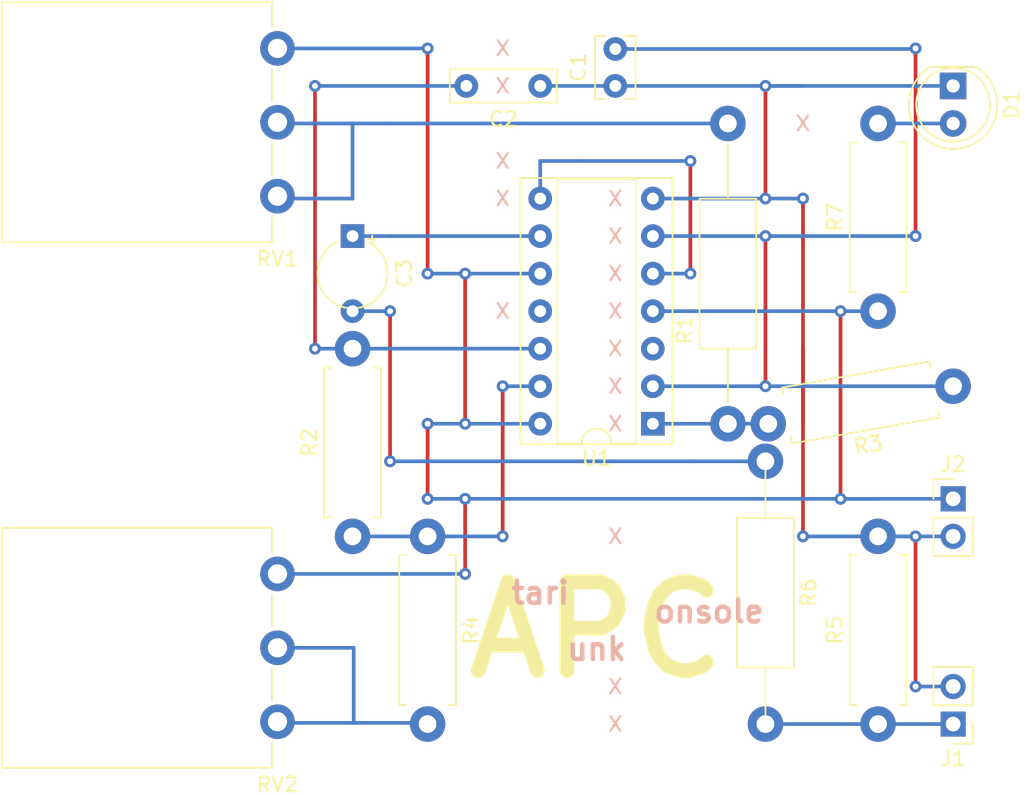
<source format=kicad_pcb>
(kicad_pcb (version 20171130) (host pcbnew 5.1.9+dfsg1-1)

  (general
    (thickness 1.6)
    (drawings 24)
    (tracks 118)
    (zones 0)
    (modules 16)
    (nets 16)
  )

  (page A4)
  (title_block
    (title "APC Board")
    (date 2022-07-03)
    (rev v1)
  )

  (layers
    (0 F.Cu signal)
    (31 B.Cu signal)
    (32 B.Adhes user hide)
    (33 F.Adhes user)
    (34 B.Paste user hide)
    (35 F.Paste user hide)
    (36 B.SilkS user)
    (37 F.SilkS user)
    (38 B.Mask user hide)
    (39 F.Mask user hide)
    (40 Dwgs.User user hide)
    (41 Cmts.User user hide)
    (42 Eco1.User user hide)
    (43 Eco2.User user hide)
    (44 Edge.Cuts user hide)
    (45 Margin user)
    (46 B.CrtYd user hide)
    (47 F.CrtYd user)
    (48 B.Fab user)
    (49 F.Fab user)
  )

  (setup
    (last_trace_width 0.25)
    (trace_clearance 0.2)
    (zone_clearance 0.508)
    (zone_45_only no)
    (trace_min 0.2)
    (via_size 0.8)
    (via_drill 0.4)
    (via_min_size 0.4)
    (via_min_drill 0.3)
    (uvia_size 0.3)
    (uvia_drill 0.1)
    (uvias_allowed no)
    (uvia_min_size 0.2)
    (uvia_min_drill 0.1)
    (edge_width 0.05)
    (segment_width 0.2)
    (pcb_text_width 0.3)
    (pcb_text_size 1.5 1.5)
    (mod_edge_width 0.12)
    (mod_text_size 1 1)
    (mod_text_width 0.15)
    (pad_size 1.524 1.524)
    (pad_drill 0.762)
    (pad_to_mask_clearance 0)
    (aux_axis_origin 0 0)
    (visible_elements FFFFFF7F)
    (pcbplotparams
      (layerselection 0x010fc_ffffffff)
      (usegerberextensions false)
      (usegerberattributes true)
      (usegerberadvancedattributes true)
      (creategerberjobfile true)
      (excludeedgelayer true)
      (linewidth 0.100000)
      (plotframeref false)
      (viasonmask false)
      (mode 1)
      (useauxorigin false)
      (hpglpennumber 1)
      (hpglpenspeed 20)
      (hpglpendiameter 15.000000)
      (psnegative false)
      (psa4output false)
      (plotreference true)
      (plotvalue true)
      (plotinvisibletext false)
      (padsonsilk false)
      (subtractmaskfromsilk false)
      (outputformat 1)
      (mirror false)
      (drillshape 1)
      (scaleselection 1)
      (outputdirectory ""))
  )

  (net 0 "")
  (net 1 "Net-(C1-Pad2)")
  (net 2 GND)
  (net 3 "Net-(C2-Pad2)")
  (net 4 "Net-(C3-Pad2)")
  (net 5 "Net-(C3-Pad1)")
  (net 6 "Net-(R1-Pad2)")
  (net 7 "Net-(R1-Pad1)")
  (net 8 "Net-(R2-Pad1)")
  (net 9 "Net-(R4-Pad2)")
  (net 10 +5V)
  (net 11 "Net-(U1-Pad11)")
  (net 12 "Net-(U1-Pad3)")
  (net 13 "Net-(J1-Pad1)")
  (net 14 "Net-(D1-Pad2)")
  (net 15 "Net-(U1-Pad5)")

  (net_class Default "This is the default net class."
    (clearance 0.2)
    (trace_width 0.25)
    (via_dia 0.8)
    (via_drill 0.4)
    (uvia_dia 0.3)
    (uvia_drill 0.1)
    (add_net +5V)
    (add_net GND)
    (add_net "Net-(C1-Pad2)")
    (add_net "Net-(C2-Pad2)")
    (add_net "Net-(C3-Pad1)")
    (add_net "Net-(C3-Pad2)")
    (add_net "Net-(D1-Pad2)")
    (add_net "Net-(J1-Pad1)")
    (add_net "Net-(R1-Pad1)")
    (add_net "Net-(R1-Pad2)")
    (add_net "Net-(R2-Pad1)")
    (add_net "Net-(R4-Pad2)")
    (add_net "Net-(U1-Pad11)")
    (add_net "Net-(U1-Pad3)")
    (add_net "Net-(U1-Pad5)")
  )

  (module Resistor_THT:R_Axial_DIN0411_L9.9mm_D3.6mm_P20.32mm_Horizontal (layer F.Cu) (tedit 5AE5139B) (tstamp 62C1940C)
    (at 147.32 102.87 270)
    (descr "Resistor, Axial_DIN0411 series, Axial, Horizontal, pin pitch=20.32mm, 1W, length*diameter=9.9*3.6mm^2")
    (tags "Resistor Axial_DIN0411 series Axial Horizontal pin pitch 20.32mm 1W length 9.9mm diameter 3.6mm")
    (path /62CAEED3)
    (fp_text reference R6 (at 10.16 -2.92 90) (layer F.SilkS)
      (effects (font (size 1 1) (thickness 0.15)))
    )
    (fp_text value 10k (at 6.35 2.92 90) (layer F.Fab)
      (effects (font (size 1 1) (thickness 0.15)))
    )
    (fp_text user %R (at 6.35 0 90) (layer F.Fab)
      (effects (font (size 1 1) (thickness 0.15)))
    )
    (fp_line (start 5.21 -1.8) (end 5.21 1.8) (layer F.Fab) (width 0.1))
    (fp_line (start 5.21 1.8) (end 15.11 1.8) (layer F.Fab) (width 0.1))
    (fp_line (start 15.11 1.8) (end 15.11 -1.8) (layer F.Fab) (width 0.1))
    (fp_line (start 15.11 -1.8) (end 5.21 -1.8) (layer F.Fab) (width 0.1))
    (fp_line (start 0 0) (end 5.21 0) (layer F.Fab) (width 0.1))
    (fp_line (start 20.32 0) (end 15.11 0) (layer F.Fab) (width 0.1))
    (fp_line (start 5.09 -1.92) (end 5.09 1.92) (layer F.SilkS) (width 0.12))
    (fp_line (start 5.09 1.92) (end 15.23 1.92) (layer F.SilkS) (width 0.12))
    (fp_line (start 15.23 1.92) (end 15.23 -1.92) (layer F.SilkS) (width 0.12))
    (fp_line (start 15.23 -1.92) (end 5.09 -1.92) (layer F.SilkS) (width 0.12))
    (fp_line (start 1.44 0) (end 5.09 0) (layer F.SilkS) (width 0.12))
    (fp_line (start 18.88 0) (end 15.23 0) (layer F.SilkS) (width 0.12))
    (fp_line (start -1.45 -2.05) (end -1.45 2.05) (layer F.CrtYd) (width 0.05))
    (fp_line (start -1.45 2.05) (end 21.77 2.05) (layer F.CrtYd) (width 0.05))
    (fp_line (start 21.77 2.05) (end 21.77 -2.05) (layer F.CrtYd) (width 0.05))
    (fp_line (start 21.77 -2.05) (end -1.45 -2.05) (layer F.CrtYd) (width 0.05))
    (pad 2 thru_hole oval (at 19.05 0 270) (size 2.4 2.4) (drill 1.2) (layers *.Cu *.Mask)
      (net 13 "Net-(J1-Pad1)"))
    (pad 1 thru_hole circle (at 1.27 0 270) (size 2.4 2.4) (drill 1.2) (layers *.Cu *.Mask)
      (net 4 "Net-(C3-Pad2)"))
    (model ${KISYS3DMOD}/Resistor_THT.3dshapes/R_Axial_DIN0411_L9.9mm_D3.6mm_P20.32mm_Horizontal.wrl
      (at (xyz 0 0 0))
      (scale (xyz 1 1 1))
      (rotate (xyz 0 0 0))
    )
  )

  (module Resistor_THT:R_Axial_DIN0411_L9.9mm_D3.6mm_P12.70mm_Horizontal (layer F.Cu) (tedit 5AE5139B) (tstamp 62C194B1)
    (at 119.38 109.22 90)
    (descr "Resistor, Axial_DIN0411 series, Axial, Horizontal, pin pitch=12.7mm, 1W, length*diameter=9.9*3.6mm^2")
    (tags "Resistor Axial_DIN0411 series Axial Horizontal pin pitch 12.7mm 1W length 9.9mm diameter 3.6mm")
    (path /62C2BCC9)
    (fp_text reference R2 (at 6.35 -2.92 90) (layer F.SilkS)
      (effects (font (size 1 1) (thickness 0.15)))
    )
    (fp_text value 220 (at 3.048 3.048 90) (layer F.Fab)
      (effects (font (size 1 1) (thickness 0.15)))
    )
    (fp_text user %R (at 6.35 0 90) (layer F.Fab)
      (effects (font (size 1 1) (thickness 0.15)))
    )
    (fp_line (start 1.4 -1.8) (end 1.4 1.8) (layer F.Fab) (width 0.1))
    (fp_line (start 1.4 1.8) (end 11.3 1.8) (layer F.Fab) (width 0.1))
    (fp_line (start 11.3 1.8) (end 11.3 -1.8) (layer F.Fab) (width 0.1))
    (fp_line (start 11.3 -1.8) (end 1.4 -1.8) (layer F.Fab) (width 0.1))
    (fp_line (start 0 0) (end 1.4 0) (layer F.Fab) (width 0.1))
    (fp_line (start 12.7 0) (end 11.3 0) (layer F.Fab) (width 0.1))
    (fp_line (start 1.28 -1.44) (end 1.28 -1.92) (layer F.SilkS) (width 0.12))
    (fp_line (start 1.28 -1.92) (end 11.42 -1.92) (layer F.SilkS) (width 0.12))
    (fp_line (start 11.42 -1.92) (end 11.42 -1.44) (layer F.SilkS) (width 0.12))
    (fp_line (start 1.28 1.44) (end 1.28 1.92) (layer F.SilkS) (width 0.12))
    (fp_line (start 1.28 1.92) (end 11.42 1.92) (layer F.SilkS) (width 0.12))
    (fp_line (start 11.42 1.92) (end 11.42 1.44) (layer F.SilkS) (width 0.12))
    (fp_line (start -1.45 -2.05) (end -1.45 2.05) (layer F.CrtYd) (width 0.05))
    (fp_line (start -1.45 2.05) (end 14.15 2.05) (layer F.CrtYd) (width 0.05))
    (fp_line (start 14.15 2.05) (end 14.15 -2.05) (layer F.CrtYd) (width 0.05))
    (fp_line (start 14.15 -2.05) (end -1.45 -2.05) (layer F.CrtYd) (width 0.05))
    (pad 2 thru_hole oval (at 12.7 0 90) (size 2.4 2.4) (drill 1.2) (layers *.Cu *.Mask)
      (net 3 "Net-(C2-Pad2)"))
    (pad 1 thru_hole circle (at 0 0 90) (size 2.4 2.4) (drill 1.2) (layers *.Cu *.Mask)
      (net 8 "Net-(R2-Pad1)"))
    (model ${KISYS3DMOD}/Resistor_THT.3dshapes/R_Axial_DIN0411_L9.9mm_D3.6mm_P12.70mm_Horizontal.wrl
      (at (xyz 0 0 0))
      (scale (xyz 1 1 1))
      (rotate (xyz 0 0 0))
    )
  )

  (module Connector_PinHeader_2.54mm:PinHeader_1x02_P2.54mm_Vertical (layer F.Cu) (tedit 59FED5CC) (tstamp 62E98164)
    (at 160.02 106.68)
    (descr "Through hole straight pin header, 1x02, 2.54mm pitch, single row")
    (tags "Through hole pin header THT 1x02 2.54mm single row")
    (path /62EADCC3)
    (fp_text reference J2 (at 0 -2.33) (layer F.SilkS)
      (effects (font (size 1 1) (thickness 0.15)))
    )
    (fp_text value Power (at 0.254 -3.81) (layer F.Fab)
      (effects (font (size 1 1) (thickness 0.15)))
    )
    (fp_text user %R (at 0 2.54 90) (layer F.Fab)
      (effects (font (size 1 1) (thickness 0.15)))
    )
    (fp_line (start -0.635 -1.27) (end 1.27 -1.27) (layer F.Fab) (width 0.1))
    (fp_line (start 1.27 -1.27) (end 1.27 3.81) (layer F.Fab) (width 0.1))
    (fp_line (start 1.27 3.81) (end -1.27 3.81) (layer F.Fab) (width 0.1))
    (fp_line (start -1.27 3.81) (end -1.27 -0.635) (layer F.Fab) (width 0.1))
    (fp_line (start -1.27 -0.635) (end -0.635 -1.27) (layer F.Fab) (width 0.1))
    (fp_line (start -1.33 3.87) (end 1.33 3.87) (layer F.SilkS) (width 0.12))
    (fp_line (start -1.33 1.27) (end -1.33 3.87) (layer F.SilkS) (width 0.12))
    (fp_line (start 1.33 1.27) (end 1.33 3.87) (layer F.SilkS) (width 0.12))
    (fp_line (start -1.33 1.27) (end 1.33 1.27) (layer F.SilkS) (width 0.12))
    (fp_line (start -1.33 0) (end -1.33 -1.33) (layer F.SilkS) (width 0.12))
    (fp_line (start -1.33 -1.33) (end 0 -1.33) (layer F.SilkS) (width 0.12))
    (fp_line (start -1.8 -1.8) (end -1.8 4.35) (layer F.CrtYd) (width 0.05))
    (fp_line (start -1.8 4.35) (end 1.8 4.35) (layer F.CrtYd) (width 0.05))
    (fp_line (start 1.8 4.35) (end 1.8 -1.8) (layer F.CrtYd) (width 0.05))
    (fp_line (start 1.8 -1.8) (end -1.8 -1.8) (layer F.CrtYd) (width 0.05))
    (pad 2 thru_hole oval (at 0 2.54) (size 1.7 1.7) (drill 1) (layers *.Cu *.Mask)
      (net 2 GND))
    (pad 1 thru_hole rect (at 0 0) (size 1.7 1.7) (drill 1) (layers *.Cu *.Mask)
      (net 10 +5V))
    (model ${KISYS3DMOD}/Connector_PinHeader_2.54mm.3dshapes/PinHeader_1x02_P2.54mm_Vertical.wrl
      (at (xyz 0 0 0))
      (scale (xyz 1 1 1))
      (rotate (xyz 0 0 0))
    )
  )

  (module Resistor_THT:R_Axial_DIN0411_L9.9mm_D3.6mm_P20.32mm_Horizontal (layer F.Cu) (tedit 5AE5139B) (tstamp 62C0E5E2)
    (at 144.78 101.6 90)
    (descr "Resistor, Axial_DIN0411 series, Axial, Horizontal, pin pitch=20.32mm, 1W, length*diameter=9.9*3.6mm^2")
    (tags "Resistor Axial_DIN0411 series Axial Horizontal pin pitch 20.32mm 1W length 9.9mm diameter 3.6mm")
    (path /62818637)
    (fp_text reference R1 (at 6.35 -2.92 90) (layer F.SilkS)
      (effects (font (size 1 1) (thickness 0.15)))
    )
    (fp_text value 220 (at 10.414 0 90) (layer F.Fab)
      (effects (font (size 1 1) (thickness 0.15)))
    )
    (fp_text user %R (at 6.35 0 90) (layer F.Fab)
      (effects (font (size 1 1) (thickness 0.15)))
    )
    (fp_line (start 5.21 -1.8) (end 5.21 1.8) (layer F.Fab) (width 0.1))
    (fp_line (start 5.21 1.8) (end 15.11 1.8) (layer F.Fab) (width 0.1))
    (fp_line (start 15.11 1.8) (end 15.11 -1.8) (layer F.Fab) (width 0.1))
    (fp_line (start 15.11 -1.8) (end 5.21 -1.8) (layer F.Fab) (width 0.1))
    (fp_line (start 0 0) (end 5.21 0) (layer F.Fab) (width 0.1))
    (fp_line (start 20.32 0) (end 15.11 0) (layer F.Fab) (width 0.1))
    (fp_line (start 5.09 -1.92) (end 5.09 1.92) (layer F.SilkS) (width 0.12))
    (fp_line (start 5.09 1.92) (end 15.23 1.92) (layer F.SilkS) (width 0.12))
    (fp_line (start 15.23 1.92) (end 15.23 -1.92) (layer F.SilkS) (width 0.12))
    (fp_line (start 15.23 -1.92) (end 5.09 -1.92) (layer F.SilkS) (width 0.12))
    (fp_line (start 1.44 0) (end 5.09 0) (layer F.SilkS) (width 0.12))
    (fp_line (start 18.88 0) (end 15.23 0) (layer F.SilkS) (width 0.12))
    (fp_line (start -1.45 -2.05) (end -1.45 2.05) (layer F.CrtYd) (width 0.05))
    (fp_line (start -1.45 2.05) (end 21.77 2.05) (layer F.CrtYd) (width 0.05))
    (fp_line (start 21.77 2.05) (end 21.77 -2.05) (layer F.CrtYd) (width 0.05))
    (fp_line (start 21.77 -2.05) (end -1.45 -2.05) (layer F.CrtYd) (width 0.05))
    (pad 2 thru_hole oval (at 20.32 0 90) (size 2.4 2.4) (drill 1.2) (layers *.Cu *.Mask)
      (net 6 "Net-(R1-Pad2)"))
    (pad 1 thru_hole circle (at 0 0 90) (size 2.4 2.4) (drill 1.2) (layers *.Cu *.Mask)
      (net 7 "Net-(R1-Pad1)"))
    (model ${KISYS3DMOD}/Resistor_THT.3dshapes/R_Axial_DIN0411_L9.9mm_D3.6mm_P20.32mm_Horizontal.wrl
      (at (xyz 0 0 0))
      (scale (xyz 1 1 1))
      (rotate (xyz 0 0 0))
    )
  )

  (module Potentiometer_THT:Potentiometer_Piher_PC-16_Single_Vertical (layer F.Cu) (tedit 5A3D4993) (tstamp 62C0A7BF)
    (at 114.3 111.76 180)
    (descr "Potentiometer, vertical, Piher PC-16 Single, http://www.piher-nacesa.com/pdf/20-PC16v03.pdf")
    (tags "Potentiometer vertical Piher PC-16 Single")
    (path /62C82018)
    (fp_text reference RV2 (at 0 -14.25) (layer F.SilkS)
      (effects (font (size 1 1) (thickness 0.15)))
    )
    (fp_text value 470k (at -3.683 -11.557) (layer F.Fab)
      (effects (font (size 1 1) (thickness 0.15)))
    )
    (fp_text user %R (at -3.175 -9.017) (layer F.Fab)
      (effects (font (size 1 1) (thickness 0.15)))
    )
    (fp_circle (center 10.5 -5) (end 13.5 -5) (layer F.Fab) (width 0.1))
    (fp_line (start 0.5 -13) (end 0.5 3) (layer F.Fab) (width 0.1))
    (fp_line (start 0.5 3) (end 18.5 3) (layer F.Fab) (width 0.1))
    (fp_line (start 18.5 3) (end 18.5 -13) (layer F.Fab) (width 0.1))
    (fp_line (start 18.5 -13) (end 0.5 -13) (layer F.Fab) (width 0.1))
    (fp_line (start 0.38 -13.12) (end 18.62 -13.12) (layer F.SilkS) (width 0.12))
    (fp_line (start 0.38 3.12) (end 18.62 3.12) (layer F.SilkS) (width 0.12))
    (fp_line (start 0.38 -13.12) (end 0.38 -11.426) (layer F.SilkS) (width 0.12))
    (fp_line (start 0.38 -8.574) (end 0.38 -6.425) (layer F.SilkS) (width 0.12))
    (fp_line (start 0.38 -3.575) (end 0.38 -1.425) (layer F.SilkS) (width 0.12))
    (fp_line (start 0.38 1.425) (end 0.38 3.12) (layer F.SilkS) (width 0.12))
    (fp_line (start 18.62 -13.12) (end 18.62 3.12) (layer F.SilkS) (width 0.12))
    (fp_line (start -1.45 -13.25) (end -1.45 3.25) (layer F.CrtYd) (width 0.05))
    (fp_line (start -1.45 3.25) (end 18.75 3.25) (layer F.CrtYd) (width 0.05))
    (fp_line (start 18.75 3.25) (end 18.75 -13.25) (layer F.CrtYd) (width 0.05))
    (fp_line (start 18.75 -13.25) (end -1.45 -13.25) (layer F.CrtYd) (width 0.05))
    (pad 1 thru_hole circle (at 0 0 180) (size 2.34 2.34) (drill 1.3) (layers *.Cu *.Mask)
      (net 10 +5V))
    (pad 2 thru_hole circle (at 0 -5 180) (size 2.34 2.34) (drill 1.3) (layers *.Cu *.Mask)
      (net 9 "Net-(R4-Pad2)"))
    (pad 3 thru_hole circle (at 0 -10 180) (size 2.34 2.34) (drill 1.3) (layers *.Cu *.Mask)
      (net 9 "Net-(R4-Pad2)"))
    (model ${KISYS3DMOD}/Potentiometer_THT.3dshapes/Potentiometer_Piher_PC-16_Single_Vertical.wrl
      (at (xyz 0 0 0))
      (scale (xyz 1 1 1))
      (rotate (xyz 0 0 0))
    )
  )

  (module Potentiometer_THT:Potentiometer_Piher_PC-16_Single_Vertical (layer F.Cu) (tedit 5A3D4993) (tstamp 62C0A79B)
    (at 114.3 76.2 180)
    (descr "Potentiometer, vertical, Piher PC-16 Single, http://www.piher-nacesa.com/pdf/20-PC16v03.pdf")
    (tags "Potentiometer vertical Piher PC-16 Single")
    (path /62C6E706)
    (fp_text reference RV1 (at 0 -14.25) (layer F.SilkS)
      (effects (font (size 1 1) (thickness 0.15)))
    )
    (fp_text value 470k (at -3.556 1.27) (layer F.Fab)
      (effects (font (size 1 1) (thickness 0.15)))
    )
    (fp_text user %R (at -3.175 -1.27) (layer F.Fab)
      (effects (font (size 1 1) (thickness 0.15)))
    )
    (fp_circle (center 10.5 -5) (end 13.5 -5) (layer F.Fab) (width 0.1))
    (fp_line (start 0.5 -13) (end 0.5 3) (layer F.Fab) (width 0.1))
    (fp_line (start 0.5 3) (end 18.5 3) (layer F.Fab) (width 0.1))
    (fp_line (start 18.5 3) (end 18.5 -13) (layer F.Fab) (width 0.1))
    (fp_line (start 18.5 -13) (end 0.5 -13) (layer F.Fab) (width 0.1))
    (fp_line (start 0.38 -13.12) (end 18.62 -13.12) (layer F.SilkS) (width 0.12))
    (fp_line (start 0.38 3.12) (end 18.62 3.12) (layer F.SilkS) (width 0.12))
    (fp_line (start 0.38 -13.12) (end 0.38 -11.426) (layer F.SilkS) (width 0.12))
    (fp_line (start 0.38 -8.574) (end 0.38 -6.425) (layer F.SilkS) (width 0.12))
    (fp_line (start 0.38 -3.575) (end 0.38 -1.425) (layer F.SilkS) (width 0.12))
    (fp_line (start 0.38 1.425) (end 0.38 3.12) (layer F.SilkS) (width 0.12))
    (fp_line (start 18.62 -13.12) (end 18.62 3.12) (layer F.SilkS) (width 0.12))
    (fp_line (start -1.45 -13.25) (end -1.45 3.25) (layer F.CrtYd) (width 0.05))
    (fp_line (start -1.45 3.25) (end 18.75 3.25) (layer F.CrtYd) (width 0.05))
    (fp_line (start 18.75 3.25) (end 18.75 -13.25) (layer F.CrtYd) (width 0.05))
    (fp_line (start 18.75 -13.25) (end -1.45 -13.25) (layer F.CrtYd) (width 0.05))
    (pad 1 thru_hole circle (at 0 0 180) (size 2.34 2.34) (drill 1.3) (layers *.Cu *.Mask)
      (net 10 +5V))
    (pad 2 thru_hole circle (at 0 -5 180) (size 2.34 2.34) (drill 1.3) (layers *.Cu *.Mask)
      (net 6 "Net-(R1-Pad2)"))
    (pad 3 thru_hole circle (at 0 -10 180) (size 2.34 2.34) (drill 1.3) (layers *.Cu *.Mask)
      (net 6 "Net-(R1-Pad2)"))
    (model ${KISYS3DMOD}/Potentiometer_THT.3dshapes/Potentiometer_Piher_PC-16_Single_Vertical.wrl
      (at (xyz 0 0 0))
      (scale (xyz 1 1 1))
      (rotate (xyz 0 0 0))
    )
  )

  (module Capacitor_THT:CP_Radial_Tantal_D4.5mm_P2.50mm (layer F.Cu) (tedit 5AE50EF0) (tstamp 62C1B9D5)
    (at 119.38 90.17 270)
    (descr "CP, Radial_Tantal series, Radial, pin pitch=2.50mm, , diameter=4.5mm, Tantal Electrolytic Capacitor, http://cdn-reichelt.de/documents/datenblatt/B300/TANTAL-TB-Serie%23.pdf")
    (tags "CP Radial_Tantal series Radial pin pitch 2.50mm  diameter 4.5mm Tantal Electrolytic Capacitor")
    (path /62CACF8B)
    (fp_text reference C3 (at 1.25 -3.5 90) (layer F.SilkS)
      (effects (font (size 1 1) (thickness 0.15)))
    )
    (fp_text value 10µF (at -2.159 -3.048) (layer F.Fab)
      (effects (font (size 1 1) (thickness 0.15)))
    )
    (fp_circle (center 1.25 0) (end 3.5 0) (layer F.Fab) (width 0.1))
    (fp_circle (center 1.25 0) (end 3.78 0) (layer F.CrtYd) (width 0.05))
    (fp_line (start -0.66808 -0.9775) (end -0.21808 -0.9775) (layer F.Fab) (width 0.1))
    (fp_line (start -0.44308 -1.2025) (end -0.44308 -0.7525) (layer F.Fab) (width 0.1))
    (fp_line (start -1.287288 -1.335) (end -0.837288 -1.335) (layer F.SilkS) (width 0.12))
    (fp_line (start -1.062288 -1.56) (end -1.062288 -1.11) (layer F.SilkS) (width 0.12))
    (fp_text user %R (at 1.25 0 90) (layer F.Fab)
      (effects (font (size 0.9 0.9) (thickness 0.135)))
    )
    (fp_arc (start 1.25 0) (end -0.869741 -1.06) (angle 306.864288) (layer F.SilkS) (width 0.12))
    (pad 2 thru_hole circle (at 3.81 0 270) (size 1.6 1.6) (drill 0.8) (layers *.Cu *.Mask)
      (net 4 "Net-(C3-Pad2)"))
    (pad 1 thru_hole rect (at -1.27 0 270) (size 1.6 1.6) (drill 0.8) (layers *.Cu *.Mask)
      (net 5 "Net-(C3-Pad1)"))
    (model ${KISYS3DMOD}/Capacitor_THT.3dshapes/CP_Radial_Tantal_D4.5mm_P2.50mm.wrl
      (at (xyz 0 0 0))
      (scale (xyz 1 1 1))
      (rotate (xyz 0 0 0))
    )
  )

  (module Connector_PinHeader_2.54mm:PinHeader_1x02_P2.54mm_Vertical (layer F.Cu) (tedit 59FED5CC) (tstamp 62C194F2)
    (at 160.02 121.92 180)
    (descr "Through hole straight pin header, 1x02, 2.54mm pitch, single row")
    (tags "Through hole pin header THT 1x02 2.54mm single row")
    (path /62D248AF)
    (fp_text reference J1 (at 0 -2.33) (layer F.SilkS)
      (effects (font (size 1 1) (thickness 0.15)))
    )
    (fp_text value Output (at 0 5.207) (layer F.Fab)
      (effects (font (size 1 1) (thickness 0.15)))
    )
    (fp_line (start -0.635 -1.27) (end 1.27 -1.27) (layer F.Fab) (width 0.1))
    (fp_line (start 1.27 -1.27) (end 1.27 3.81) (layer F.Fab) (width 0.1))
    (fp_line (start 1.27 3.81) (end -1.27 3.81) (layer F.Fab) (width 0.1))
    (fp_line (start -1.27 3.81) (end -1.27 -0.635) (layer F.Fab) (width 0.1))
    (fp_line (start -1.27 -0.635) (end -0.635 -1.27) (layer F.Fab) (width 0.1))
    (fp_line (start -1.33 3.87) (end 1.33 3.87) (layer F.SilkS) (width 0.12))
    (fp_line (start -1.33 1.27) (end -1.33 3.87) (layer F.SilkS) (width 0.12))
    (fp_line (start 1.33 1.27) (end 1.33 3.87) (layer F.SilkS) (width 0.12))
    (fp_line (start -1.33 1.27) (end 1.33 1.27) (layer F.SilkS) (width 0.12))
    (fp_line (start -1.33 0) (end -1.33 -1.33) (layer F.SilkS) (width 0.12))
    (fp_line (start -1.33 -1.33) (end 0 -1.33) (layer F.SilkS) (width 0.12))
    (fp_line (start -1.8 -1.8) (end -1.8 4.35) (layer F.CrtYd) (width 0.05))
    (fp_line (start -1.8 4.35) (end 1.8 4.35) (layer F.CrtYd) (width 0.05))
    (fp_line (start 1.8 4.35) (end 1.8 -1.8) (layer F.CrtYd) (width 0.05))
    (fp_line (start 1.8 -1.8) (end -1.8 -1.8) (layer F.CrtYd) (width 0.05))
    (fp_text user %R (at 0 1.27 90) (layer F.Fab)
      (effects (font (size 1 1) (thickness 0.15)))
    )
    (pad 2 thru_hole oval (at 0 2.54 180) (size 1.7 1.7) (drill 1) (layers *.Cu *.Mask)
      (net 2 GND))
    (pad 1 thru_hole rect (at 0 0 180) (size 1.7 1.7) (drill 1) (layers *.Cu *.Mask)
      (net 13 "Net-(J1-Pad1)"))
    (model ${KISYS3DMOD}/Connector_PinHeader_2.54mm.3dshapes/PinHeader_1x02_P2.54mm_Vertical.wrl
      (at (xyz 0 0 0))
      (scale (xyz 1 1 1))
      (rotate (xyz 0 0 0))
    )
  )

  (module Capacitor_THT:C_Rect_L4.0mm_W2.5mm_P2.50mm (layer F.Cu) (tedit 5AE50EF0) (tstamp 62C1BB1A)
    (at 137.16 78.74 90)
    (descr "C, Rect series, Radial, pin pitch=2.50mm, , length*width=4*2.5mm^2, Capacitor")
    (tags "C Rect series Radial pin pitch 2.50mm  length 4mm width 2.5mm Capacitor")
    (path /62C14AAE)
    (fp_text reference C1 (at 1.25 -2.5 90) (layer F.SilkS)
      (effects (font (size 1 1) (thickness 0.15)))
    )
    (fp_text value 0.01µF (at 1.27 4.445) (layer F.Fab)
      (effects (font (size 1 1) (thickness 0.15)))
    )
    (fp_line (start -0.75 -1.25) (end -0.75 1.25) (layer F.Fab) (width 0.1))
    (fp_line (start -0.75 1.25) (end 3.25 1.25) (layer F.Fab) (width 0.1))
    (fp_line (start 3.25 1.25) (end 3.25 -1.25) (layer F.Fab) (width 0.1))
    (fp_line (start 3.25 -1.25) (end -0.75 -1.25) (layer F.Fab) (width 0.1))
    (fp_line (start -0.87 -1.37) (end 3.37 -1.37) (layer F.SilkS) (width 0.12))
    (fp_line (start -0.87 1.37) (end 3.37 1.37) (layer F.SilkS) (width 0.12))
    (fp_line (start -0.87 -1.37) (end -0.87 -0.665) (layer F.SilkS) (width 0.12))
    (fp_line (start -0.87 0.665) (end -0.87 1.37) (layer F.SilkS) (width 0.12))
    (fp_line (start 3.37 -1.37) (end 3.37 -0.665) (layer F.SilkS) (width 0.12))
    (fp_line (start 3.37 0.665) (end 3.37 1.37) (layer F.SilkS) (width 0.12))
    (fp_line (start -1.05 -1.5) (end -1.05 1.5) (layer F.CrtYd) (width 0.05))
    (fp_line (start -1.05 1.5) (end 3.55 1.5) (layer F.CrtYd) (width 0.05))
    (fp_line (start 3.55 1.5) (end 3.55 -1.5) (layer F.CrtYd) (width 0.05))
    (fp_line (start 3.55 -1.5) (end -1.05 -1.5) (layer F.CrtYd) (width 0.05))
    (fp_text user %R (at 1.25 0) (layer F.Fab)
      (effects (font (size 0.8 0.8) (thickness 0.12)))
    )
    (pad 2 thru_hole circle (at 2.5 0 90) (size 1.6 1.6) (drill 0.8) (layers *.Cu *.Mask)
      (net 1 "Net-(C1-Pad2)"))
    (pad 1 thru_hole circle (at 0 0 90) (size 1.6 1.6) (drill 0.8) (layers *.Cu *.Mask)
      (net 2 GND))
    (model ${KISYS3DMOD}/Capacitor_THT.3dshapes/C_Rect_L4.0mm_W2.5mm_P2.50mm.wrl
      (at (xyz 0 0 0))
      (scale (xyz 1 1 1))
      (rotate (xyz 0 0 0))
    )
  )

  (module Resistor_THT:R_Axial_DIN0411_L9.9mm_D3.6mm_P12.70mm_Horizontal (layer F.Cu) (tedit 5AE5139B) (tstamp 62EA5EAD)
    (at 154.94 93.98 90)
    (descr "Resistor, Axial_DIN0411 series, Axial, Horizontal, pin pitch=12.7mm, 1W, length*diameter=9.9*3.6mm^2")
    (tags "Resistor Axial_DIN0411 series Axial Horizontal pin pitch 12.7mm 1W length 9.9mm diameter 3.6mm")
    (path /62D7C0B3)
    (fp_text reference R7 (at 6.35 -2.92 90) (layer F.SilkS)
      (effects (font (size 1 1) (thickness 0.15)))
    )
    (fp_text value 330 (at 2.54 3.048 90) (layer F.Fab)
      (effects (font (size 1 1) (thickness 0.15)))
    )
    (fp_line (start 1.4 -1.8) (end 1.4 1.8) (layer F.Fab) (width 0.1))
    (fp_line (start 1.4 1.8) (end 11.3 1.8) (layer F.Fab) (width 0.1))
    (fp_line (start 11.3 1.8) (end 11.3 -1.8) (layer F.Fab) (width 0.1))
    (fp_line (start 11.3 -1.8) (end 1.4 -1.8) (layer F.Fab) (width 0.1))
    (fp_line (start 0 0) (end 1.4 0) (layer F.Fab) (width 0.1))
    (fp_line (start 12.7 0) (end 11.3 0) (layer F.Fab) (width 0.1))
    (fp_line (start 1.28 -1.44) (end 1.28 -1.92) (layer F.SilkS) (width 0.12))
    (fp_line (start 1.28 -1.92) (end 11.42 -1.92) (layer F.SilkS) (width 0.12))
    (fp_line (start 11.42 -1.92) (end 11.42 -1.44) (layer F.SilkS) (width 0.12))
    (fp_line (start 1.28 1.44) (end 1.28 1.92) (layer F.SilkS) (width 0.12))
    (fp_line (start 1.28 1.92) (end 11.42 1.92) (layer F.SilkS) (width 0.12))
    (fp_line (start 11.42 1.92) (end 11.42 1.44) (layer F.SilkS) (width 0.12))
    (fp_line (start -1.45 -2.05) (end -1.45 2.05) (layer F.CrtYd) (width 0.05))
    (fp_line (start -1.45 2.05) (end 14.15 2.05) (layer F.CrtYd) (width 0.05))
    (fp_line (start 14.15 2.05) (end 14.15 -2.05) (layer F.CrtYd) (width 0.05))
    (fp_line (start 14.15 -2.05) (end -1.45 -2.05) (layer F.CrtYd) (width 0.05))
    (fp_text user %R (at 6.35 0 90) (layer F.Fab)
      (effects (font (size 1 1) (thickness 0.15)))
    )
    (pad 2 thru_hole oval (at 12.7 0 90) (size 2.4 2.4) (drill 1.2) (layers *.Cu *.Mask)
      (net 14 "Net-(D1-Pad2)"))
    (pad 1 thru_hole circle (at 0 0 90) (size 2.4 2.4) (drill 1.2) (layers *.Cu *.Mask)
      (net 10 +5V))
    (model ${KISYS3DMOD}/Resistor_THT.3dshapes/R_Axial_DIN0411_L9.9mm_D3.6mm_P12.70mm_Horizontal.wrl
      (at (xyz 0 0 0))
      (scale (xyz 1 1 1))
      (rotate (xyz 0 0 0))
    )
  )

  (module LED_THT:LED_D5.0mm (layer F.Cu) (tedit 5995936A) (tstamp 62C1BA09)
    (at 160.02 78.74 270)
    (descr "LED, diameter 5.0mm, 2 pins, http://cdn-reichelt.de/documents/datenblatt/A500/LL-504BC2E-009.pdf")
    (tags "LED diameter 5.0mm 2 pins")
    (path /62D79BD1)
    (fp_text reference D1 (at 1.27 -3.96 90) (layer F.SilkS)
      (effects (font (size 1 1) (thickness 0.15)))
    )
    (fp_text value LED (at -2.794 0.127) (layer F.Fab)
      (effects (font (size 1 1) (thickness 0.15)))
    )
    (fp_circle (center 1.27 0) (end 3.77 0) (layer F.Fab) (width 0.1))
    (fp_circle (center 1.27 0) (end 3.77 0) (layer F.SilkS) (width 0.12))
    (fp_line (start -1.23 -1.469694) (end -1.23 1.469694) (layer F.Fab) (width 0.1))
    (fp_line (start -1.29 -1.545) (end -1.29 1.545) (layer F.SilkS) (width 0.12))
    (fp_line (start -1.95 -3.25) (end -1.95 3.25) (layer F.CrtYd) (width 0.05))
    (fp_line (start -1.95 3.25) (end 4.5 3.25) (layer F.CrtYd) (width 0.05))
    (fp_line (start 4.5 3.25) (end 4.5 -3.25) (layer F.CrtYd) (width 0.05))
    (fp_line (start 4.5 -3.25) (end -1.95 -3.25) (layer F.CrtYd) (width 0.05))
    (fp_text user %R (at 1.25 0 90) (layer F.Fab)
      (effects (font (size 0.8 0.8) (thickness 0.2)))
    )
    (fp_arc (start 1.27 0) (end -1.29 1.54483) (angle -148.9) (layer F.SilkS) (width 0.12))
    (fp_arc (start 1.27 0) (end -1.29 -1.54483) (angle 148.9) (layer F.SilkS) (width 0.12))
    (fp_arc (start 1.27 0) (end -1.23 -1.469694) (angle 299.1) (layer F.Fab) (width 0.1))
    (pad 2 thru_hole circle (at 2.54 0 270) (size 1.8 1.8) (drill 0.9) (layers *.Cu *.Mask)
      (net 14 "Net-(D1-Pad2)"))
    (pad 1 thru_hole rect (at 0 0 270) (size 1.8 1.8) (drill 0.9) (layers *.Cu *.Mask)
      (net 2 GND))
    (model ${KISYS3DMOD}/LED_THT.3dshapes/LED_D5.0mm.wrl
      (at (xyz 0 0 0))
      (scale (xyz 1 1 1))
      (rotate (xyz 0 0 0))
    )
  )

  (module Capacitor_THT:C_Rect_L7.0mm_W2.0mm_P5.00mm (layer F.Cu) (tedit 5AE50EF0) (tstamp 62C1BA5E)
    (at 132.08 78.74 180)
    (descr "C, Rect series, Radial, pin pitch=5.00mm, , length*width=7*2mm^2, Capacitor")
    (tags "C Rect series Radial pin pitch 5.00mm  length 7mm width 2mm Capacitor")
    (path /62C13B13)
    (fp_text reference C2 (at 2.5 -2.25) (layer F.SilkS)
      (effects (font (size 1 1) (thickness 0.15)))
    )
    (fp_text value 0.1µF (at 0.508 2.032) (layer F.Fab)
      (effects (font (size 1 1) (thickness 0.15)))
    )
    (fp_line (start -1 -1) (end -1 1) (layer F.Fab) (width 0.1))
    (fp_line (start -1 1) (end 6 1) (layer F.Fab) (width 0.1))
    (fp_line (start 6 1) (end 6 -1) (layer F.Fab) (width 0.1))
    (fp_line (start 6 -1) (end -1 -1) (layer F.Fab) (width 0.1))
    (fp_line (start -1.12 -1.12) (end 6.12 -1.12) (layer F.SilkS) (width 0.12))
    (fp_line (start -1.12 1.12) (end 6.12 1.12) (layer F.SilkS) (width 0.12))
    (fp_line (start -1.12 -1.12) (end -1.12 1.12) (layer F.SilkS) (width 0.12))
    (fp_line (start 6.12 -1.12) (end 6.12 1.12) (layer F.SilkS) (width 0.12))
    (fp_line (start -1.25 -1.25) (end -1.25 1.25) (layer F.CrtYd) (width 0.05))
    (fp_line (start -1.25 1.25) (end 6.25 1.25) (layer F.CrtYd) (width 0.05))
    (fp_line (start 6.25 1.25) (end 6.25 -1.25) (layer F.CrtYd) (width 0.05))
    (fp_line (start 6.25 -1.25) (end -1.25 -1.25) (layer F.CrtYd) (width 0.05))
    (fp_text user %R (at 2.5 0) (layer F.Fab)
      (effects (font (size 1 1) (thickness 0.15)))
    )
    (pad 2 thru_hole circle (at 5 0 180) (size 1.6 1.6) (drill 0.8) (layers *.Cu *.Mask)
      (net 3 "Net-(C2-Pad2)"))
    (pad 1 thru_hole circle (at 0 0 180) (size 1.6 1.6) (drill 0.8) (layers *.Cu *.Mask)
      (net 2 GND))
    (model ${KISYS3DMOD}/Capacitor_THT.3dshapes/C_Rect_L7.0mm_W2.0mm_P5.00mm.wrl
      (at (xyz 0 0 0))
      (scale (xyz 1 1 1))
      (rotate (xyz 0 0 0))
    )
  )

  (module Resistor_THT:R_Axial_DIN0411_L9.9mm_D3.6mm_P12.70mm_Horizontal (layer F.Cu) (tedit 5AE5139B) (tstamp 62C19451)
    (at 124.46 109.22 270)
    (descr "Resistor, Axial_DIN0411 series, Axial, Horizontal, pin pitch=12.7mm, 1W, length*diameter=9.9*3.6mm^2")
    (tags "Resistor Axial_DIN0411 series Axial Horizontal pin pitch 12.7mm 1W length 9.9mm diameter 3.6mm")
    (path /62C84347)
    (fp_text reference R4 (at 6.35 -2.92 90) (layer F.SilkS)
      (effects (font (size 1 1) (thickness 0.15)))
    )
    (fp_text value 220 (at 6.35 2.92 90) (layer F.Fab)
      (effects (font (size 1 1) (thickness 0.15)))
    )
    (fp_line (start 1.4 -1.8) (end 1.4 1.8) (layer F.Fab) (width 0.1))
    (fp_line (start 1.4 1.8) (end 11.3 1.8) (layer F.Fab) (width 0.1))
    (fp_line (start 11.3 1.8) (end 11.3 -1.8) (layer F.Fab) (width 0.1))
    (fp_line (start 11.3 -1.8) (end 1.4 -1.8) (layer F.Fab) (width 0.1))
    (fp_line (start 0 0) (end 1.4 0) (layer F.Fab) (width 0.1))
    (fp_line (start 12.7 0) (end 11.3 0) (layer F.Fab) (width 0.1))
    (fp_line (start 1.28 -1.44) (end 1.28 -1.92) (layer F.SilkS) (width 0.12))
    (fp_line (start 1.28 -1.92) (end 11.42 -1.92) (layer F.SilkS) (width 0.12))
    (fp_line (start 11.42 -1.92) (end 11.42 -1.44) (layer F.SilkS) (width 0.12))
    (fp_line (start 1.28 1.44) (end 1.28 1.92) (layer F.SilkS) (width 0.12))
    (fp_line (start 1.28 1.92) (end 11.42 1.92) (layer F.SilkS) (width 0.12))
    (fp_line (start 11.42 1.92) (end 11.42 1.44) (layer F.SilkS) (width 0.12))
    (fp_line (start -1.45 -2.05) (end -1.45 2.05) (layer F.CrtYd) (width 0.05))
    (fp_line (start -1.45 2.05) (end 14.15 2.05) (layer F.CrtYd) (width 0.05))
    (fp_line (start 14.15 2.05) (end 14.15 -2.05) (layer F.CrtYd) (width 0.05))
    (fp_line (start 14.15 -2.05) (end -1.45 -2.05) (layer F.CrtYd) (width 0.05))
    (fp_text user %R (at 6.35 0 90) (layer F.Fab)
      (effects (font (size 1 1) (thickness 0.15)))
    )
    (pad 2 thru_hole oval (at 12.7 0 270) (size 2.4 2.4) (drill 1.2) (layers *.Cu *.Mask)
      (net 9 "Net-(R4-Pad2)"))
    (pad 1 thru_hole circle (at 0 0 270) (size 2.4 2.4) (drill 1.2) (layers *.Cu *.Mask)
      (net 8 "Net-(R2-Pad1)"))
    (model ${KISYS3DMOD}/Resistor_THT.3dshapes/R_Axial_DIN0411_L9.9mm_D3.6mm_P12.70mm_Horizontal.wrl
      (at (xyz 0 0 0))
      (scale (xyz 1 1 1))
      (rotate (xyz 0 0 0))
    )
  )

  (module Package_DIP:DIP-14_W7.62mm_Socket (layer F.Cu) (tedit 5A02E8C5) (tstamp 62C0E496)
    (at 139.7 101.6 180)
    (descr "14-lead though-hole mounted DIP package, row spacing 7.62 mm (300 mils), Socket")
    (tags "THT DIP DIL PDIP 2.54mm 7.62mm 300mil Socket")
    (path /628109D4)
    (fp_text reference U1 (at 3.81 -2.33) (layer F.SilkS)
      (effects (font (size 1 1) (thickness 0.15)))
    )
    (fp_text value NE556 (at 4.953 13.462 90) (layer F.Fab)
      (effects (font (size 1 1) (thickness 0.15)))
    )
    (fp_line (start 1.635 -1.27) (end 6.985 -1.27) (layer F.Fab) (width 0.1))
    (fp_line (start 6.985 -1.27) (end 6.985 16.51) (layer F.Fab) (width 0.1))
    (fp_line (start 6.985 16.51) (end 0.635 16.51) (layer F.Fab) (width 0.1))
    (fp_line (start 0.635 16.51) (end 0.635 -0.27) (layer F.Fab) (width 0.1))
    (fp_line (start 0.635 -0.27) (end 1.635 -1.27) (layer F.Fab) (width 0.1))
    (fp_line (start -1.27 -1.33) (end -1.27 16.57) (layer F.Fab) (width 0.1))
    (fp_line (start -1.27 16.57) (end 8.89 16.57) (layer F.Fab) (width 0.1))
    (fp_line (start 8.89 16.57) (end 8.89 -1.33) (layer F.Fab) (width 0.1))
    (fp_line (start 8.89 -1.33) (end -1.27 -1.33) (layer F.Fab) (width 0.1))
    (fp_line (start 2.81 -1.33) (end 1.16 -1.33) (layer F.SilkS) (width 0.12))
    (fp_line (start 1.16 -1.33) (end 1.16 16.57) (layer F.SilkS) (width 0.12))
    (fp_line (start 1.16 16.57) (end 6.46 16.57) (layer F.SilkS) (width 0.12))
    (fp_line (start 6.46 16.57) (end 6.46 -1.33) (layer F.SilkS) (width 0.12))
    (fp_line (start 6.46 -1.33) (end 4.81 -1.33) (layer F.SilkS) (width 0.12))
    (fp_line (start -1.33 -1.39) (end -1.33 16.63) (layer F.SilkS) (width 0.12))
    (fp_line (start -1.33 16.63) (end 8.95 16.63) (layer F.SilkS) (width 0.12))
    (fp_line (start 8.95 16.63) (end 8.95 -1.39) (layer F.SilkS) (width 0.12))
    (fp_line (start 8.95 -1.39) (end -1.33 -1.39) (layer F.SilkS) (width 0.12))
    (fp_line (start -1.55 -1.6) (end -1.55 16.85) (layer F.CrtYd) (width 0.05))
    (fp_line (start -1.55 16.85) (end 9.15 16.85) (layer F.CrtYd) (width 0.05))
    (fp_line (start 9.15 16.85) (end 9.15 -1.6) (layer F.CrtYd) (width 0.05))
    (fp_line (start 9.15 -1.6) (end -1.55 -1.6) (layer F.CrtYd) (width 0.05))
    (fp_text user %R (at 3.81 7.62) (layer F.Fab)
      (effects (font (size 1 1) (thickness 0.15)))
    )
    (fp_arc (start 3.81 -1.33) (end 2.81 -1.33) (angle -180) (layer F.SilkS) (width 0.12))
    (pad 14 thru_hole oval (at 7.62 0 180) (size 1.6 1.6) (drill 0.8) (layers *.Cu *.Mask)
      (net 10 +5V))
    (pad 7 thru_hole oval (at 0 15.24 180) (size 1.6 1.6) (drill 0.8) (layers *.Cu *.Mask)
      (net 2 GND))
    (pad 13 thru_hole oval (at 7.62 2.54 180) (size 1.6 1.6) (drill 0.8) (layers *.Cu *.Mask)
      (net 8 "Net-(R2-Pad1)"))
    (pad 6 thru_hole oval (at 0 12.7 180) (size 1.6 1.6) (drill 0.8) (layers *.Cu *.Mask)
      (net 1 "Net-(C1-Pad2)"))
    (pad 12 thru_hole oval (at 7.62 5.08 180) (size 1.6 1.6) (drill 0.8) (layers *.Cu *.Mask)
      (net 3 "Net-(C2-Pad2)"))
    (pad 5 thru_hole oval (at 0 10.16 180) (size 1.6 1.6) (drill 0.8) (layers *.Cu *.Mask)
      (net 15 "Net-(U1-Pad5)"))
    (pad 11 thru_hole oval (at 7.62 7.62 180) (size 1.6 1.6) (drill 0.8) (layers *.Cu *.Mask)
      (net 11 "Net-(U1-Pad11)"))
    (pad 4 thru_hole oval (at 0 7.62 180) (size 1.6 1.6) (drill 0.8) (layers *.Cu *.Mask)
      (net 10 +5V))
    (pad 10 thru_hole oval (at 7.62 10.16 180) (size 1.6 1.6) (drill 0.8) (layers *.Cu *.Mask)
      (net 10 +5V))
    (pad 3 thru_hole oval (at 0 5.08 180) (size 1.6 1.6) (drill 0.8) (layers *.Cu *.Mask)
      (net 12 "Net-(U1-Pad3)"))
    (pad 9 thru_hole oval (at 7.62 12.7 180) (size 1.6 1.6) (drill 0.8) (layers *.Cu *.Mask)
      (net 5 "Net-(C3-Pad1)"))
    (pad 2 thru_hole oval (at 0 2.54 180) (size 1.6 1.6) (drill 0.8) (layers *.Cu *.Mask)
      (net 1 "Net-(C1-Pad2)"))
    (pad 8 thru_hole oval (at 7.62 15.24 180) (size 1.6 1.6) (drill 0.8) (layers *.Cu *.Mask)
      (net 15 "Net-(U1-Pad5)"))
    (pad 1 thru_hole rect (at 0 0 180) (size 1.6 1.6) (drill 0.8) (layers *.Cu *.Mask)
      (net 7 "Net-(R1-Pad1)"))
    (model ${KISYS3DMOD}/Package_DIP.3dshapes/DIP-14_W7.62mm_Socket.wrl
      (at (xyz 0 0 0))
      (scale (xyz 1 1 1))
      (rotate (xyz 0 0 0))
    )
  )

  (module Resistor_THT:R_Axial_DIN0411_L9.9mm_D3.6mm_P12.70mm_Horizontal (layer F.Cu) (tedit 5AE5139B) (tstamp 62C193BB)
    (at 154.94 121.92 90)
    (descr "Resistor, Axial_DIN0411 series, Axial, Horizontal, pin pitch=12.7mm, 1W, length*diameter=9.9*3.6mm^2")
    (tags "Resistor Axial_DIN0411 series Axial Horizontal pin pitch 12.7mm 1W length 9.9mm diameter 3.6mm")
    (path /62CAF628)
    (fp_text reference R5 (at 6.35 -2.92 90) (layer F.SilkS)
      (effects (font (size 1 1) (thickness 0.15)))
    )
    (fp_text value 4.7k (at 9.906 -2.921 90) (layer F.Fab)
      (effects (font (size 1 1) (thickness 0.15)))
    )
    (fp_line (start 1.4 -1.8) (end 1.4 1.8) (layer F.Fab) (width 0.1))
    (fp_line (start 1.4 1.8) (end 11.3 1.8) (layer F.Fab) (width 0.1))
    (fp_line (start 11.3 1.8) (end 11.3 -1.8) (layer F.Fab) (width 0.1))
    (fp_line (start 11.3 -1.8) (end 1.4 -1.8) (layer F.Fab) (width 0.1))
    (fp_line (start 0 0) (end 1.4 0) (layer F.Fab) (width 0.1))
    (fp_line (start 12.7 0) (end 11.3 0) (layer F.Fab) (width 0.1))
    (fp_line (start 1.28 -1.44) (end 1.28 -1.92) (layer F.SilkS) (width 0.12))
    (fp_line (start 1.28 -1.92) (end 11.42 -1.92) (layer F.SilkS) (width 0.12))
    (fp_line (start 11.42 -1.92) (end 11.42 -1.44) (layer F.SilkS) (width 0.12))
    (fp_line (start 1.28 1.44) (end 1.28 1.92) (layer F.SilkS) (width 0.12))
    (fp_line (start 1.28 1.92) (end 11.42 1.92) (layer F.SilkS) (width 0.12))
    (fp_line (start 11.42 1.92) (end 11.42 1.44) (layer F.SilkS) (width 0.12))
    (fp_line (start -1.45 -2.05) (end -1.45 2.05) (layer F.CrtYd) (width 0.05))
    (fp_line (start -1.45 2.05) (end 14.15 2.05) (layer F.CrtYd) (width 0.05))
    (fp_line (start 14.15 2.05) (end 14.15 -2.05) (layer F.CrtYd) (width 0.05))
    (fp_line (start 14.15 -2.05) (end -1.45 -2.05) (layer F.CrtYd) (width 0.05))
    (fp_text user %R (at 6.35 0 90) (layer F.Fab)
      (effects (font (size 1 1) (thickness 0.15)))
    )
    (pad 2 thru_hole oval (at 12.7 0 90) (size 2.4 2.4) (drill 1.2) (layers *.Cu *.Mask)
      (net 2 GND))
    (pad 1 thru_hole circle (at 0 0 90) (size 2.4 2.4) (drill 1.2) (layers *.Cu *.Mask)
      (net 13 "Net-(J1-Pad1)"))
    (model ${KISYS3DMOD}/Resistor_THT.3dshapes/R_Axial_DIN0411_L9.9mm_D3.6mm_P12.70mm_Horizontal.wrl
      (at (xyz 0 0 0))
      (scale (xyz 1 1 1))
      (rotate (xyz 0 0 0))
    )
  )

  (module Resistor_THT:R_Axial_DIN0411_L9.9mm_D3.6mm_P12.70mm_Horizontal (layer F.Cu) (tedit 5AE5139B) (tstamp 62C0BA72)
    (at 160.02 99.06 190)
    (descr "Resistor, Axial_DIN0411 series, Axial, Horizontal, pin pitch=12.7mm, 1W, length*diameter=9.9*3.6mm^2")
    (tags "Resistor Axial_DIN0411 series Axial Horizontal pin pitch 12.7mm 1W length 9.9mm diameter 3.6mm")
    (path /62818D6F)
    (fp_text reference R3 (at 6.35 -2.92 10) (layer F.SilkS)
      (effects (font (size 1 1) (thickness 0.15)))
    )
    (fp_text value 1k (at 6.35 2.92 10) (layer F.Fab)
      (effects (font (size 1 1) (thickness 0.15)))
    )
    (fp_line (start 1.4 -1.8) (end 1.4 1.8) (layer F.Fab) (width 0.1))
    (fp_line (start 1.4 1.8) (end 11.3 1.8) (layer F.Fab) (width 0.1))
    (fp_line (start 11.3 1.8) (end 11.3 -1.8) (layer F.Fab) (width 0.1))
    (fp_line (start 11.3 -1.8) (end 1.4 -1.8) (layer F.Fab) (width 0.1))
    (fp_line (start 0 0) (end 1.4 0) (layer F.Fab) (width 0.1))
    (fp_line (start 12.7 0) (end 11.3 0) (layer F.Fab) (width 0.1))
    (fp_line (start 1.28 -1.44) (end 1.28 -1.92) (layer F.SilkS) (width 0.12))
    (fp_line (start 1.28 -1.92) (end 11.42 -1.92) (layer F.SilkS) (width 0.12))
    (fp_line (start 11.42 -1.92) (end 11.42 -1.44) (layer F.SilkS) (width 0.12))
    (fp_line (start 1.28 1.44) (end 1.28 1.92) (layer F.SilkS) (width 0.12))
    (fp_line (start 1.28 1.92) (end 11.42 1.92) (layer F.SilkS) (width 0.12))
    (fp_line (start 11.42 1.92) (end 11.42 1.44) (layer F.SilkS) (width 0.12))
    (fp_line (start -1.45 -2.05) (end -1.45 2.05) (layer F.CrtYd) (width 0.05))
    (fp_line (start -1.45 2.05) (end 14.15 2.05) (layer F.CrtYd) (width 0.05))
    (fp_line (start 14.15 2.05) (end 14.15 -2.05) (layer F.CrtYd) (width 0.05))
    (fp_line (start 14.15 -2.05) (end -1.45 -2.05) (layer F.CrtYd) (width 0.05))
    (fp_text user %R (at 6.35 0 10) (layer F.Fab)
      (effects (font (size 1 1) (thickness 0.15)))
    )
    (pad 2 thru_hole oval (at 12.758114 -0.329584 190) (size 2.4 2.4) (drill 1.2) (layers *.Cu *.Mask)
      (net 7 "Net-(R1-Pad1)"))
    (pad 1 thru_hole circle (at 0 0 190) (size 2.4 2.4) (drill 1.2) (layers *.Cu *.Mask)
      (net 1 "Net-(C1-Pad2)"))
    (model ${KISYS3DMOD}/Resistor_THT.3dshapes/R_Axial_DIN0411_L9.9mm_D3.6mm_P12.70mm_Horizontal.wrl
      (at (xyz 0 0 0))
      (scale (xyz 1 1 1))
      (rotate (xyz 0 0 0))
    )
  )

  (gr_text X (at 129.54 83.82) (layer B.SilkS) (tstamp 62EF9624)
    (effects (font (size 1 1) (thickness 0.15)) (justify mirror))
  )
  (gr_text onsole (at 143.51 114.3) (layer B.SilkS)
    (effects (font (size 1.5 1.5) (thickness 0.3)))
  )
  (gr_text unk (at 135.89 116.84) (layer B.SilkS)
    (effects (font (size 1.5 1.5) (thickness 0.3)))
  )
  (gr_text tari (at 132.08 113.03) (layer B.SilkS)
    (effects (font (size 1.5 1.5) (thickness 0.3)))
  )
  (gr_text APC (at 135.89 115.57) (layer F.SilkS)
    (effects (font (size 6 6) (thickness 1)))
  )
  (gr_text X (at 137.16 119.38) (layer B.SilkS) (tstamp 62EF9624)
    (effects (font (size 1 1) (thickness 0.15)) (justify mirror))
  )
  (gr_text X (at 129.54 93.98) (layer B.SilkS)
    (effects (font (size 1 1) (thickness 0.15)) (justify mirror))
  )
  (gr_text X (at 129.54 76.2) (layer B.SilkS)
    (effects (font (size 1 1) (thickness 0.15)) (justify mirror))
  )
  (gr_text X (at 129.54 78.74) (layer B.SilkS)
    (effects (font (size 1 1) (thickness 0.15)) (justify mirror))
  )
  (gr_text X (at 149.86 81.28) (layer B.SilkS)
    (effects (font (size 1 1) (thickness 0.15)) (justify mirror))
  )
  (gr_text X (at 129.54 86.36) (layer B.SilkS)
    (effects (font (size 1 1) (thickness 0.15)) (justify mirror))
  )
  (gr_text X (at 137.16 86.36) (layer B.SilkS)
    (effects (font (size 1 1) (thickness 0.15)) (justify mirror))
  )
  (gr_text X (at 137.16 88.9) (layer B.SilkS)
    (effects (font (size 1 1) (thickness 0.15)) (justify mirror))
  )
  (gr_text X (at 137.16 91.44) (layer B.SilkS)
    (effects (font (size 1 1) (thickness 0.15)) (justify mirror))
  )
  (gr_text X (at 137.16 93.98) (layer B.SilkS)
    (effects (font (size 1 1) (thickness 0.15)) (justify mirror))
  )
  (gr_text X (at 137.16 96.52) (layer B.SilkS)
    (effects (font (size 1 1) (thickness 0.15)) (justify mirror))
  )
  (gr_text X (at 137.16 99.06) (layer B.SilkS)
    (effects (font (size 1 1) (thickness 0.15)) (justify mirror))
  )
  (gr_text X (at 137.16 101.6) (layer B.SilkS)
    (effects (font (size 1 1) (thickness 0.15)) (justify mirror))
  )
  (gr_text X (at 137.16 109.22) (layer B.SilkS)
    (effects (font (size 1 1) (thickness 0.15)) (justify mirror))
  )
  (gr_text X (at 137.16 121.92) (layer B.SilkS)
    (effects (font (size 1 1) (thickness 0.15)) (justify mirror))
  )
  (gr_line (start 162.56 73.66) (end 113.03 73.66) (layer Margin) (width 0.15) (tstamp 62C1929E))
  (gr_line (start 162.56 124.46) (end 162.56 73.66) (layer Margin) (width 0.15) (tstamp 62C1BA4A))
  (gr_line (start 113.03 124.46) (end 162.56 124.46) (layer Margin) (width 0.15))
  (gr_line (start 113.03 73.66) (end 113.03 124.46) (layer Margin) (width 0.15))

  (via (at 147.32 99.06) (size 0.8) (drill 0.4) (layers F.Cu B.Cu) (net 1))
  (segment (start 147.32 99.06) (end 147.32 88.9) (width 0.25) (layer F.Cu) (net 1))
  (segment (start 157.48 76.2) (end 157.48 76.2) (width 0.25) (layer B.Cu) (net 1) (tstamp 62EA4728))
  (via (at 157.48 76.2) (size 0.8) (drill 0.4) (layers F.Cu B.Cu) (net 1))
  (segment (start 157.48 88.9) (end 157.48 88.9) (width 0.25) (layer B.Cu) (net 1) (tstamp 62EA472A))
  (via (at 157.48 88.9) (size 0.8) (drill 0.4) (layers F.Cu B.Cu) (net 1))
  (segment (start 157.44 76.24) (end 157.48 76.2) (width 0.25) (layer B.Cu) (net 1))
  (segment (start 137.16 76.24) (end 157.44 76.24) (width 0.25) (layer B.Cu) (net 1))
  (via (at 147.32 88.9) (size 0.8) (drill 0.4) (layers F.Cu B.Cu) (net 1))
  (segment (start 139.7 88.9) (end 144.78 88.9) (width 0.25) (layer B.Cu) (net 1))
  (segment (start 144.78 88.9) (end 157.48 88.9) (width 0.25) (layer B.Cu) (net 1))
  (segment (start 157.48 88.9) (end 157.48 76.2) (width 0.25) (layer F.Cu) (net 1))
  (segment (start 139.7 99.06) (end 157.48 99.06) (width 0.25) (layer B.Cu) (net 1))
  (segment (start 157.48 99.06) (end 160.02 99.06) (width 0.25) (layer B.Cu) (net 1) (tstamp 62EEA854))
  (segment (start 139.74 86.32) (end 139.7 86.36) (width 0.25) (layer B.Cu) (net 2) (tstamp 62C1BAE6))
  (segment (start 157.48 109.22) (end 157.48 109.22) (width 0.25) (layer B.Cu) (net 2) (tstamp 62C19532))
  (via (at 157.48 109.22) (size 0.8) (drill 0.4) (layers F.Cu B.Cu) (net 2) (tstamp 62C19559))
  (segment (start 157.48 109.22) (end 157.48 119.38) (width 0.25) (layer F.Cu) (net 2) (tstamp 62C19583))
  (via (at 157.48 119.38) (size 0.8) (drill 0.4) (layers F.Cu B.Cu) (net 2) (tstamp 62C19586))
  (segment (start 154.94 109.22) (end 160.02 109.22) (width 0.25) (layer B.Cu) (net 2) (tstamp 62C19481))
  (segment (start 149.86 109.22) (end 154.94 109.22) (width 0.25) (layer B.Cu) (net 2))
  (segment (start 149.86 78.74) (end 132.08 78.74) (width 0.25) (layer B.Cu) (net 2) (tstamp 62C1BA35))
  (via (at 147.32 78.74) (size 0.8) (drill 0.4) (layers F.Cu B.Cu) (net 2) (tstamp 62C1BA47))
  (segment (start 154.94 109.22) (end 157.48 109.22) (width 0.25) (layer B.Cu) (net 2) (tstamp 62C1A57C))
  (segment (start 147.32 78.74) (end 160.02 78.74) (width 0.25) (layer B.Cu) (net 2) (tstamp 62C1BAE0))
  (segment (start 139.7 86.36) (end 142.24 86.36) (width 0.25) (layer B.Cu) (net 2))
  (segment (start 142.24 86.36) (end 142.24 86.36) (width 0.25) (layer B.Cu) (net 2) (tstamp 62C1BBDD))
  (via (at 147.32 86.36) (size 0.8) (drill 0.4) (layers F.Cu B.Cu) (net 2))
  (segment (start 149.86 101.6) (end 149.86 86.36) (width 0.25) (layer F.Cu) (net 2))
  (segment (start 149.86 86.36) (end 149.86 86.36) (width 0.25) (layer F.Cu) (net 2) (tstamp 62C1BBDF))
  (via (at 149.86 86.36) (size 0.8) (drill 0.4) (layers F.Cu B.Cu) (net 2))
  (segment (start 149.86 86.36) (end 142.24 86.36) (width 0.25) (layer B.Cu) (net 2))
  (segment (start 149.86 109.22) (end 149.86 109.22) (width 0.25) (layer F.Cu) (net 2))
  (segment (start 160.02 119.38) (end 157.48 119.38) (width 0.25) (layer B.Cu) (net 2))
  (segment (start 147.32 86.36) (end 147.32 78.74) (width 0.25) (layer F.Cu) (net 2))
  (segment (start 149.86 109.22) (end 149.86 96.52) (width 0.25) (layer F.Cu) (net 2) (tstamp 62EEA6DF))
  (via (at 149.86 109.22) (size 0.8) (drill 0.4) (layers F.Cu B.Cu) (net 2))
  (segment (start 124.46 96.52) (end 132.08 96.52) (width 0.25) (layer B.Cu) (net 3))
  (segment (start 116.84 96.52) (end 116.84 96.52) (width 0.25) (layer F.Cu) (net 3) (tstamp 62C1A597))
  (via (at 116.84 96.52) (size 0.8) (drill 0.4) (layers F.Cu B.Cu) (net 3))
  (segment (start 124.46 96.52) (end 119.38 96.52) (width 0.25) (layer B.Cu) (net 3))
  (via (at 116.84 78.74) (size 0.8) (drill 0.4) (layers F.Cu B.Cu) (net 3))
  (segment (start 119.38 96.52) (end 116.84 96.52) (width 0.25) (layer B.Cu) (net 3))
  (segment (start 119.38 96.52) (end 119.38 96.52) (width 0.25) (layer F.Cu) (net 3) (tstamp 62EEA6B0))
  (segment (start 116.84 96.52) (end 116.84 78.74) (width 0.25) (layer F.Cu) (net 3))
  (segment (start 116.84 78.74) (end 127.08 78.74) (width 0.25) (layer B.Cu) (net 3))
  (via (at 121.92 104.14) (size 0.8) (drill 0.4) (layers F.Cu B.Cu) (net 4))
  (segment (start 142.24 104.14) (end 121.92 104.14) (width 0.25) (layer B.Cu) (net 4))
  (via (at 121.92 93.98) (size 0.8) (drill 0.4) (layers F.Cu B.Cu) (net 4))
  (segment (start 121.92 93.98) (end 119.38 93.98) (width 0.25) (layer B.Cu) (net 4))
  (segment (start 119.38 93.98) (end 119.38 93.98) (width 0.25) (layer B.Cu) (net 4) (tstamp 62EEC153))
  (segment (start 121.92 93.98) (end 121.92 104.14) (width 0.25) (layer F.Cu) (net 4))
  (segment (start 142.24 104.14) (end 147.32 104.14) (width 0.25) (layer B.Cu) (net 4))
  (segment (start 121.92 88.9) (end 132.08 88.9) (width 0.25) (layer B.Cu) (net 5))
  (segment (start 121.92 88.9) (end 119.38 88.9) (width 0.25) (layer B.Cu) (net 5))
  (segment (start 121.92 81.28) (end 144.7 81.28) (width 0.25) (layer B.Cu) (net 6) (tstamp 62EF86EF))
  (segment (start 114.3 81.28) (end 119.38 81.28) (width 0.25) (layer B.Cu) (net 6))
  (segment (start 119.38 81.28) (end 121.92 81.28) (width 0.25) (layer B.Cu) (net 6))
  (segment (start 114.46 86.36) (end 114.3 86.2) (width 0.25) (layer B.Cu) (net 6))
  (segment (start 119.38 86.36) (end 114.46 86.36) (width 0.25) (layer B.Cu) (net 6))
  (segment (start 119.38 81.28) (end 119.38 86.36) (width 0.25) (layer B.Cu) (net 6))
  (segment (start 147.32 101.6) (end 147.32 101.6) (width 0.25) (layer F.Cu) (net 7) (tstamp 62C1A57A))
  (segment (start 139.7 101.6) (end 144.78 101.6) (width 0.25) (layer B.Cu) (net 7))
  (segment (start 144.78 101.6) (end 147.32 101.6) (width 0.25) (layer B.Cu) (net 7) (tstamp 62EEA9F2))
  (segment (start 132.08 99.06) (end 129.54 99.06) (width 0.25) (layer B.Cu) (net 8))
  (segment (start 129.54 99.06) (end 129.54 99.06) (width 0.25) (layer B.Cu) (net 8) (tstamp 62EEA261))
  (via (at 129.54 99.06) (size 0.8) (drill 0.4) (layers F.Cu B.Cu) (net 8))
  (segment (start 129.54 109.22) (end 129.54 109.22) (width 0.25) (layer F.Cu) (net 8) (tstamp 62EEA275))
  (via (at 129.54 109.22) (size 0.8) (drill 0.4) (layers F.Cu B.Cu) (net 8))
  (segment (start 119.38 109.22) (end 129.54 109.22) (width 0.25) (layer B.Cu) (net 8))
  (segment (start 129.54 99.06) (end 129.54 109.22) (width 0.25) (layer F.Cu) (net 8))
  (segment (start 119.46 121.84) (end 124.54 121.84) (width 0.25) (layer B.Cu) (net 9))
  (segment (start 119.46 116.76) (end 119.46 121.84) (width 0.25) (layer B.Cu) (net 9))
  (segment (start 114.3 121.84) (end 119.46 121.84) (width 0.25) (layer B.Cu) (net 9))
  (segment (start 114.3 116.76) (end 119.46 116.76) (width 0.25) (layer B.Cu) (net 9))
  (segment (start 160.02 106.68) (end 157.48 106.68) (width 0.25) (layer B.Cu) (net 10) (tstamp 62C1947E))
  (via (at 127 111.76) (size 0.8) (drill 0.4) (layers F.Cu B.Cu) (net 10) (tstamp 62EA6046))
  (segment (start 142.24 93.98) (end 139.7 93.98) (width 0.25) (layer B.Cu) (net 10) (tstamp 62C1A531))
  (via (at 127 101.6) (size 0.8) (drill 0.4) (layers F.Cu B.Cu) (net 10))
  (via (at 127 91.44) (size 0.8) (drill 0.4) (layers F.Cu B.Cu) (net 10))
  (segment (start 127 101.6) (end 127 91.44) (width 0.25) (layer F.Cu) (net 10))
  (segment (start 152.4 106.68) (end 157.48 106.68) (width 0.25) (layer B.Cu) (net 10))
  (segment (start 154.94 93.98) (end 152.4 93.98) (width 0.25) (layer B.Cu) (net 10))
  (via (at 127 106.68) (size 0.8) (drill 0.4) (layers F.Cu B.Cu) (net 10) (tstamp 62EA6043))
  (segment (start 154.94 106.68) (end 152.4 106.68) (width 0.25) (layer B.Cu) (net 10))
  (segment (start 132.08 101.6) (end 127 101.6) (width 0.25) (layer B.Cu) (net 10))
  (segment (start 132.08 91.44) (end 127 91.44) (width 0.25) (layer B.Cu) (net 10))
  (segment (start 127 106.68) (end 127 106.68) (width 0.25) (layer B.Cu) (net 10) (tstamp 62EA6011))
  (via (at 124.46 106.68) (size 0.8) (drill 0.4) (layers F.Cu B.Cu) (net 10))
  (segment (start 124.46 101.6) (end 124.46 101.6) (width 0.25) (layer F.Cu) (net 10) (tstamp 62EA6019))
  (via (at 124.46 101.6) (size 0.8) (drill 0.4) (layers F.Cu B.Cu) (net 10))
  (segment (start 124.46 101.6) (end 127 101.6) (width 0.25) (layer B.Cu) (net 10))
  (segment (start 114.3 111.76) (end 127 111.76) (width 0.25) (layer B.Cu) (net 10))
  (segment (start 124.46 106.68) (end 127 106.68) (width 0.25) (layer B.Cu) (net 10))
  (segment (start 152.4 93.98) (end 142.24 93.98) (width 0.25) (layer B.Cu) (net 10) (tstamp 62EEA3DE))
  (via (at 152.4 93.98) (size 0.8) (drill 0.4) (layers F.Cu B.Cu) (net 10))
  (segment (start 152.4 106.68) (end 127 106.68) (width 0.25) (layer B.Cu) (net 10) (tstamp 62EEA3E4))
  (via (at 152.4 106.68) (size 0.8) (drill 0.4) (layers F.Cu B.Cu) (net 10))
  (segment (start 127 91.44) (end 124.46 91.44) (width 0.25) (layer B.Cu) (net 10))
  (segment (start 124.46 91.44) (end 124.46 91.44) (width 0.25) (layer B.Cu) (net 10) (tstamp 62EEB794))
  (via (at 124.46 91.44) (size 0.8) (drill 0.4) (layers F.Cu B.Cu) (net 10))
  (via (at 124.46 76.2) (size 0.8) (drill 0.4) (layers F.Cu B.Cu) (net 10))
  (segment (start 114.3 76.2) (end 124.46 76.2) (width 0.25) (layer B.Cu) (net 10))
  (segment (start 124.46 76.2) (end 124.46 91.44) (width 0.25) (layer F.Cu) (net 10))
  (segment (start 124.46 101.6) (end 124.46 106.68) (width 0.25) (layer F.Cu) (net 10))
  (segment (start 152.4 93.98) (end 152.4 106.68) (width 0.25) (layer F.Cu) (net 10))
  (segment (start 127 106.68) (end 127 111.76) (width 0.25) (layer F.Cu) (net 10))
  (segment (start 160.02 121.92) (end 147.32 121.92) (width 0.25) (layer B.Cu) (net 13))
  (segment (start 160.02 81.28) (end 154.94 81.28) (width 0.25) (layer B.Cu) (net 14))
  (segment (start 139.7 91.44) (end 142.24 91.44) (width 0.25) (layer B.Cu) (net 15))
  (segment (start 142.24 91.44) (end 142.24 91.44) (width 0.25) (layer B.Cu) (net 15) (tstamp 62EA5FDE))
  (via (at 142.24 91.44) (size 0.8) (drill 0.4) (layers F.Cu B.Cu) (net 15))
  (segment (start 142.24 91.44) (end 142.24 83.82) (width 0.25) (layer F.Cu) (net 15))
  (segment (start 142.24 83.82) (end 142.24 83.82) (width 0.25) (layer F.Cu) (net 15) (tstamp 62EA5FE0))
  (via (at 142.24 83.82) (size 0.8) (drill 0.4) (layers F.Cu B.Cu) (net 15))
  (segment (start 142.24 83.82) (end 134.62 83.82) (width 0.25) (layer B.Cu) (net 15))
  (segment (start 132.08 86.36) (end 132.08 83.82) (width 0.25) (layer B.Cu) (net 15))
  (segment (start 134.62 83.82) (end 132.08 83.82) (width 0.25) (layer B.Cu) (net 15))

)

</source>
